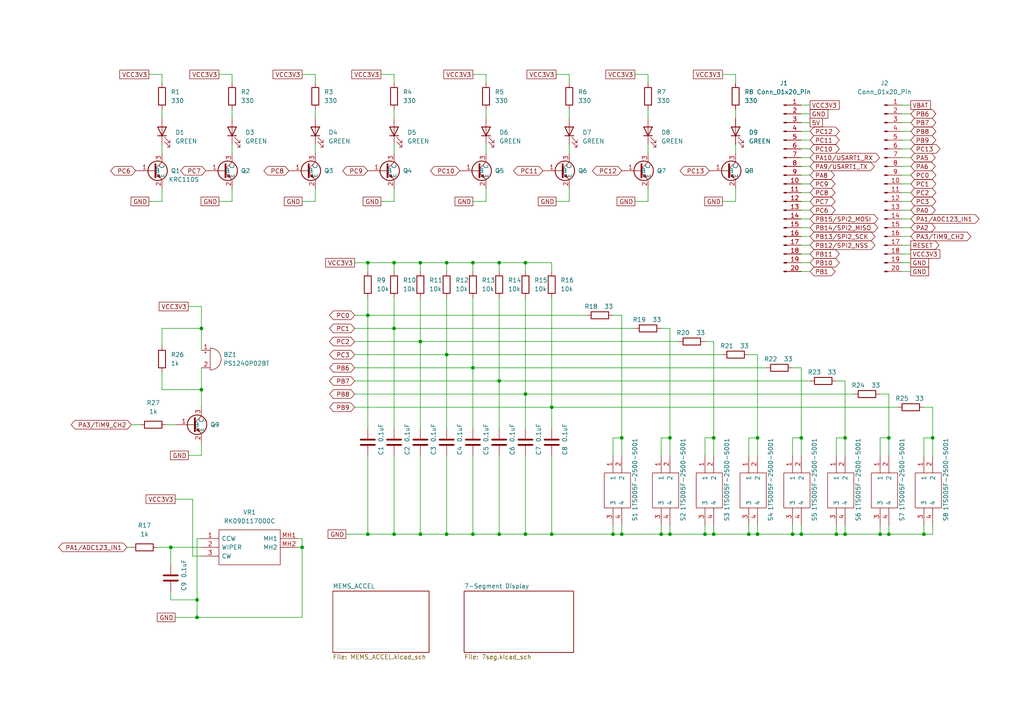
<source format=kicad_sch>
(kicad_sch (version 20230121) (generator eeschema)
  (paper "A4")
  (title_block (date "2023-12-22") (rev "1.0.0"))
  (lib_symbols
    (symbol "Connector:Conn_01x20_Pin" (pin_names (offset 1.016) hide)
      (property "Reference" "J" (at 0 25.4 0))
      (property "Value" "Conn_01x20_Pin" (at 0 -27.94 0))
      (symbol "Conn_01x20_Pin_1_1"
        (pin passive line (at 5.08 22.86 180) (length 3.81) (name "Pin_1") (number "1"))
        (pin passive line (at 5.08 0 180) (length 3.81) (name "Pin_10") (number "10"))
        (pin passive line (at 5.08 -2.54 180) (length 3.81) (name "Pin_11") (number "11"))
        (pin passive line (at 5.08 -5.08 180) (length 3.81) (name "Pin_12") (number "12"))
        (pin passive line (at 5.08 -7.62 180) (length 3.81) (name "Pin_13") (number "13"))
        (pin passive line (at 5.08 -10.16 180) (length 3.81) (name "Pin_14") (number "14"))
        (pin passive line (at 5.08 -12.7 180) (length 3.81) (name "Pin_15") (number "15"))
        (pin passive line (at 5.08 -15.24 180) (length 3.81) (name "Pin_16") (number "16"))
        (pin passive line (at 5.08 -17.78 180) (length 3.81) (name "Pin_17") (number "17"))
        (pin passive line (at 5.08 -20.32 180) (length 3.81) (name "Pin_18") (number "18"))
        (pin passive line (at 5.08 -22.86 180) (length 3.81) (name "Pin_19") (number "19"))
        (pin passive line (at 5.08 20.32 180) (length 3.81) (name "Pin_2") (number "2"))
        (pin passive line (at 5.08 -25.4 180) (length 3.81) (name "Pin_20") (number "20"))
        (pin passive line (at 5.08 17.78 180) (length 3.81) (name "Pin_3") (number "3"))
        (pin passive line (at 5.08 15.24 180) (length 3.81) (name "Pin_4") (number "4"))
        (pin passive line (at 5.08 12.7 180) (length 3.81) (name "Pin_5") (number "5"))
        (pin passive line (at 5.08 10.16 180) (length 3.81) (name "Pin_6") (number "6"))
        (pin passive line (at 5.08 7.62 180) (length 3.81) (name "Pin_7") (number "7"))
        (pin passive line (at 5.08 5.08 180) (length 3.81) (name "Pin_8") (number "8"))
        (pin passive line (at 5.08 2.54 180) (length 3.81) (name "Pin_9") (number "9"))
      )
    )
    (symbol "Device:Buzzer" (pin_names (offset 0.0254) hide)
      (property "Reference" "BZ" (at 3.81 1.27 0))
      (property "Value" "Buzzer" (at 3.81 -1.27 0))
      (symbol "Buzzer_1_1"
        (pin passive line (at -2.54 2.54 0) (length 2.54) (name "-") (number "1"))
        (pin passive line (at -2.54 -2.54 0) (length 2.54) (name "+") (number "2"))
      )
    )
    (symbol "Device:C" (pin_numbers hide) (pin_names (offset 0.254))
      (property "Reference" "C" (at 0.635 2.54 0))
      (property "Value" "C" (at 0.635 -2.54 0))
      (symbol "C_1_1"
        (pin passive line (at 0 3.81 270) (length 2.794) (name "~") (number "1"))
        (pin passive line (at 0 -3.81 90) (length 2.794) (name "~") (number "2"))
      )
    )
    (symbol "Device:LED" (pin_numbers hide) (pin_names (offset 1.016) hide)
      (property "Reference" "D" (at 0 2.54 0))
      (property "Value" "LED" (at 0 -2.54 0))
      (symbol "LED_1_1"
        (pin passive line (at -3.81 0 0) (length 2.54) (name "K") (number "1"))
        (pin passive line (at 3.81 0 180) (length 2.54) (name "A") (number "2"))
      )
    )
    (symbol "Device:R" (pin_numbers hide) (pin_names (offset 0))
      (property "Reference" "R" (at 2.032 0 90))
      (property "Value" "R" (at 0 0 90))
      (symbol "R_1_1"
        (pin passive line (at 0 3.81 270) (length 1.27) (name "~") (number "1"))
        (pin passive line (at 0 -3.81 90) (length 1.27) (name "~") (number "2"))
      )
    )
    (symbol "MySymbols:KRC110S"
      (property "Reference" "Q" (at 0 0 0))
      (symbol "KRC110S_1_1"
        (pin input line (at -11.43 0 0) (length 5.08) (name "B") (number "1"))
        (pin passive line (at -3.81 -5.08 90) (length 2.54) (name "E") (number "2"))
        (pin passive line (at -3.81 5.08 270) (length 2.54) (name "C") (number "3"))
      )
    )
    (symbol "SamacSys_Parts:1TS005F-2500-5001" (pin_names (offset 0.762))
      (property "Reference" "S" (at 16.51 7.62 0))
      (property "Value" "1TS005F-2500-5001" (at 16.51 5.08 0))
      (symbol "1TS005F-2500-5001_0_0"
        (pin passive line (at 20.32 0 180) (length 5.08) (name "1") (number "1"))
        (pin passive line (at 20.32 -2.54 180) (length 5.08) (name "2") (number "2"))
        (pin passive line (at 0 0 0) (length 5.08) (name "3") (number "3"))
        (pin passive line (at 0 -2.54 0) (length 5.08) (name "4") (number "4"))
      )
    )
    (symbol "SamacSys_Parts:RK09D117000C" (pin_names (offset 0.762))
      (property "Reference" "VR" (at 24.13 7.62 0))
      (property "Value" "RK09D117000C" (at 24.13 5.08 0))
      (symbol "RK09D117000C_0_0"
        (pin passive line (at 0 0 0) (length 5.08) (name "CCW") (number "1"))
        (pin passive line (at 0 -2.54 0) (length 5.08) (name "WIPER") (number "2"))
        (pin passive line (at 0 -5.08 0) (length 5.08) (name "CW") (number "3"))
        (pin passive line (at 27.94 0 180) (length 5.08) (name "MH1") (number "MH1"))
        (pin passive line (at 27.94 -2.54 180) (length 5.08) (name "MH2") (number "MH2"))
      )
    )
  )
  (junction (at 255.27 154.94))
  (junction (at 232.41 154.94))
  (junction (at 180.34 127))
  (junction (at 232.41 127))
  (junction (at 137.16 76.2))
  (junction (at 49.53 158.75))
  (junction (at 267.97 154.94))
  (junction (at 144.78 110.49))
  (junction (at 87.63 158.75))
  (junction (at 219.71 127))
  (junction (at 152.4 114.3))
  (junction (at 204.47 154.94))
  (junction (at 207.01 154.94))
  (junction (at 191.77 154.94))
  (junction (at 257.81 154.94))
  (junction (at 106.68 91.44))
  (junction (at 129.54 76.2))
  (junction (at 121.92 99.06))
  (junction (at 152.4 154.94))
  (junction (at 152.4 76.2))
  (junction (at 114.3 76.2))
  (junction (at 180.34 154.94))
  (junction (at 58.42 113.03))
  (junction (at 245.11 154.94))
  (junction (at 129.54 154.94))
  (junction (at 57.15 179.07))
  (junction (at 229.87 154.94))
  (junction (at 219.71 154.94))
  (junction (at 137.16 154.94))
  (junction (at 160.02 154.94))
  (junction (at 121.92 76.2))
  (junction (at 129.54 102.87))
  (junction (at 114.3 95.25))
  (junction (at 114.3 154.94))
  (junction (at 106.68 154.94))
  (junction (at 270.51 127))
  (junction (at 137.16 106.68))
  (junction (at 194.31 127))
  (junction (at 144.78 154.94))
  (junction (at 58.42 95.25))
  (junction (at 242.57 154.94))
  (junction (at 144.78 76.2))
  (junction (at 106.68 76.2))
  (junction (at 245.11 127))
  (junction (at 257.81 127))
  (junction (at 217.17 154.94))
  (junction (at 160.02 118.11))
  (junction (at 177.8 154.94))
  (junction (at 121.92 154.94))
  (junction (at 194.31 154.94))
  (junction (at 57.15 173.99))
  (junction (at 207.01 127))
  (wire (pts (xy 152.4 114.3) (xy 247.65 114.3)))
  (wire (pts (xy 234.95 73.66) (xy 232.41 73.66)))
  (wire (pts (xy 264.16 48.26) (xy 261.62 48.26)))
  (wire (pts (xy 114.3 95.25) (xy 114.3 124.46)))
  (wire (pts (xy 191.77 127) (xy 194.31 127)))
  (wire (pts (xy 234.95 71.12) (xy 232.41 71.12)))
  (wire (pts (xy 152.4 132.08) (xy 152.4 154.94)))
  (wire (pts (xy 102.87 91.44) (xy 106.68 91.44)))
  (wire (pts (xy 232.41 152.4) (xy 232.41 154.94)))
  (wire (pts (xy 152.4 76.2) (xy 160.02 76.2)))
  (wire (pts (xy 129.54 154.94) (xy 137.16 154.94)))
  (wire (pts (xy 49.53 158.75) (xy 49.53 163.83)))
  (wire (pts (xy 137.16 106.68) (xy 137.16 124.46)))
  (wire (pts (xy 63.5 58.42) (xy 67.31 58.42)))
  (wire (pts (xy 58.42 88.9) (xy 58.42 95.25)))
  (wire (pts (xy 49.53 158.75) (xy 58.42 158.75)))
  (wire (pts (xy 213.36 41.91) (xy 213.36 44.45)))
  (wire (pts (xy 137.16 76.2) (xy 137.16 78.74)))
  (wire (pts (xy 87.63 21.59) (xy 91.44 21.59)))
  (wire (pts (xy 207.01 127) (xy 207.01 132.08)))
  (wire (pts (xy 217.17 102.87) (xy 219.71 102.87)))
  (wire (pts (xy 264.16 43.18) (xy 261.62 43.18)))
  (wire (pts (xy 58.42 161.29) (xy 55.88 161.29)))
  (wire (pts (xy 165.1 58.42) (xy 165.1 54.61)))
  (wire (pts (xy 106.68 78.74) (xy 106.68 76.2)))
  (wire (pts (xy 102.87 106.68) (xy 137.16 106.68)))
  (wire (pts (xy 86.36 156.21) (xy 87.63 156.21)))
  (wire (pts (xy 234.95 68.58) (xy 232.41 68.58)))
  (wire (pts (xy 234.95 78.74) (xy 232.41 78.74)))
  (wire (pts (xy 245.11 154.94) (xy 255.27 154.94)))
  (wire (pts (xy 264.16 55.88) (xy 261.62 55.88)))
  (wire (pts (xy 232.41 33.02) (xy 234.95 33.02)))
  (wire (pts (xy 106.68 76.2) (xy 114.3 76.2)))
  (wire (pts (xy 140.97 21.59) (xy 140.97 24.13)))
  (wire (pts (xy 46.99 41.91) (xy 46.99 44.45)))
  (wire (pts (xy 184.15 58.42) (xy 187.96 58.42)))
  (wire (pts (xy 270.51 127) (xy 270.51 132.08)))
  (wire (pts (xy 144.78 86.36) (xy 144.78 110.49)))
  (wire (pts (xy 165.1 21.59) (xy 165.1 24.13)))
  (wire (pts (xy 207.01 99.06) (xy 207.01 127)))
  (wire (pts (xy 38.1 123.19) (xy 40.64 123.19)))
  (wire (pts (xy 46.99 113.03) (xy 46.99 107.95)))
  (wire (pts (xy 160.02 86.36) (xy 160.02 118.11)))
  (wire (pts (xy 106.68 154.94) (xy 114.3 154.94)))
  (wire (pts (xy 187.96 21.59) (xy 187.96 24.13)))
  (wire (pts (xy 191.77 154.94) (xy 194.31 154.94)))
  (wire (pts (xy 264.16 35.56) (xy 261.62 35.56)))
  (wire (pts (xy 36.83 158.75) (xy 38.1 158.75)))
  (wire (pts (xy 67.31 41.91) (xy 67.31 44.45)))
  (wire (pts (xy 152.4 154.94) (xy 160.02 154.94)))
  (wire (pts (xy 58.42 113.03) (xy 58.42 118.11)))
  (wire (pts (xy 160.02 118.11) (xy 260.35 118.11)))
  (wire (pts (xy 232.41 45.72) (xy 234.95 45.72)))
  (wire (pts (xy 261.62 30.48) (xy 264.16 30.48)))
  (wire (pts (xy 160.02 154.94) (xy 177.8 154.94)))
  (wire (pts (xy 48.26 123.19) (xy 50.8 123.19)))
  (wire (pts (xy 43.18 58.42) (xy 46.99 58.42)))
  (wire (pts (xy 91.44 31.75) (xy 91.44 34.29)))
  (wire (pts (xy 270.51 118.11) (xy 270.51 127)))
  (wire (pts (xy 187.96 31.75) (xy 187.96 34.29)))
  (wire (pts (xy 114.3 86.36) (xy 114.3 95.25)))
  (wire (pts (xy 204.47 127) (xy 207.01 127)))
  (wire (pts (xy 194.31 152.4) (xy 194.31 154.94)))
  (wire (pts (xy 209.55 58.42) (xy 213.36 58.42)))
  (wire (pts (xy 217.17 154.94) (xy 219.71 154.94)))
  (wire (pts (xy 160.02 132.08) (xy 160.02 154.94)))
  (wire (pts (xy 102.87 99.06) (xy 121.92 99.06)))
  (wire (pts (xy 152.4 78.74) (xy 152.4 76.2)))
  (wire (pts (xy 152.4 114.3) (xy 152.4 86.36)))
  (wire (pts (xy 121.92 76.2) (xy 129.54 76.2)))
  (wire (pts (xy 63.5 21.59) (xy 67.31 21.59)))
  (wire (pts (xy 267.97 152.4) (xy 267.97 154.94)))
  (wire (pts (xy 67.31 58.42) (xy 67.31 54.61)))
  (wire (pts (xy 209.55 21.59) (xy 213.36 21.59)))
  (wire (pts (xy 102.87 102.87) (xy 129.54 102.87)))
  (wire (pts (xy 121.92 76.2) (xy 121.92 78.74)))
  (wire (pts (xy 180.34 132.08) (xy 180.34 127)))
  (wire (pts (xy 121.92 132.08) (xy 121.92 154.94)))
  (wire (pts (xy 58.42 113.03) (xy 46.99 113.03)))
  (wire (pts (xy 264.16 50.8) (xy 261.62 50.8)))
  (wire (pts (xy 242.57 110.49) (xy 245.11 110.49)))
  (wire (pts (xy 255.27 114.3) (xy 257.81 114.3)))
  (wire (pts (xy 54.61 132.08) (xy 58.42 132.08)))
  (wire (pts (xy 102.87 95.25) (xy 114.3 95.25)))
  (wire (pts (xy 121.92 86.36) (xy 121.92 99.06)))
  (wire (pts (xy 137.16 154.94) (xy 144.78 154.94)))
  (wire (pts (xy 114.3 41.91) (xy 114.3 44.45)))
  (wire (pts (xy 217.17 127) (xy 219.71 127)))
  (wire (pts (xy 217.17 152.4) (xy 217.17 154.94)))
  (wire (pts (xy 264.16 60.96) (xy 261.62 60.96)))
  (wire (pts (xy 49.53 173.99) (xy 49.53 171.45)))
  (wire (pts (xy 270.51 152.4) (xy 270.51 154.94)))
  (wire (pts (xy 242.57 154.94) (xy 245.11 154.94)))
  (wire (pts (xy 242.57 152.4) (xy 242.57 154.94)))
  (wire (pts (xy 58.42 106.68) (xy 58.42 113.03)))
  (wire (pts (xy 234.95 63.5) (xy 232.41 63.5)))
  (wire (pts (xy 232.41 30.48) (xy 234.95 30.48)))
  (wire (pts (xy 194.31 127) (xy 194.31 132.08)))
  (wire (pts (xy 232.41 127) (xy 232.41 106.68)))
  (wire (pts (xy 213.36 58.42) (xy 213.36 54.61)))
  (wire (pts (xy 264.16 53.34) (xy 261.62 53.34)))
  (wire (pts (xy 144.78 76.2) (xy 144.78 78.74)))
  (wire (pts (xy 257.81 132.08) (xy 257.81 127)))
  (wire (pts (xy 114.3 76.2) (xy 121.92 76.2)))
  (wire (pts (xy 267.97 127) (xy 270.51 127)))
  (wire (pts (xy 257.81 154.94) (xy 267.97 154.94)))
  (wire (pts (xy 58.42 95.25) (xy 46.99 95.25)))
  (wire (pts (xy 57.15 173.99) (xy 49.53 173.99)))
  (wire (pts (xy 140.97 58.42) (xy 140.97 54.61)))
  (wire (pts (xy 67.31 31.75) (xy 67.31 34.29)))
  (wire (pts (xy 137.16 76.2) (xy 144.78 76.2)))
  (wire (pts (xy 234.95 76.2) (xy 232.41 76.2)))
  (wire (pts (xy 161.29 21.59) (xy 165.1 21.59)))
  (wire (pts (xy 177.8 91.44) (xy 180.34 91.44)))
  (wire (pts (xy 50.8 144.78) (xy 55.88 144.78)))
  (wire (pts (xy 102.87 110.49) (xy 144.78 110.49)))
  (wire (pts (xy 102.87 118.11) (xy 160.02 118.11)))
  (wire (pts (xy 106.68 91.44) (xy 106.68 86.36)))
  (wire (pts (xy 242.57 127) (xy 245.11 127)))
  (wire (pts (xy 261.62 71.12) (xy 264.16 71.12)))
  (wire (pts (xy 264.16 63.5) (xy 261.62 63.5)))
  (wire (pts (xy 267.97 154.94) (xy 270.51 154.94)))
  (wire (pts (xy 264.16 45.72) (xy 261.62 45.72)))
  (wire (pts (xy 106.68 132.08) (xy 106.68 154.94)))
  (wire (pts (xy 194.31 95.25) (xy 194.31 127)))
  (wire (pts (xy 129.54 102.87) (xy 209.55 102.87)))
  (wire (pts (xy 87.63 158.75) (xy 87.63 179.07)))
  (wire (pts (xy 46.99 31.75) (xy 46.99 34.29)))
  (wire (pts (xy 46.99 58.42) (xy 46.99 54.61)))
  (wire (pts (xy 46.99 21.59) (xy 46.99 24.13)))
  (wire (pts (xy 191.77 152.4) (xy 191.77 154.94)))
  (wire (pts (xy 106.68 91.44) (xy 106.68 124.46)))
  (wire (pts (xy 229.87 127) (xy 232.41 127)))
  (wire (pts (xy 152.4 114.3) (xy 152.4 124.46)))
  (wire (pts (xy 165.1 31.75) (xy 165.1 34.29)))
  (wire (pts (xy 45.72 158.75) (xy 49.53 158.75)))
  (wire (pts (xy 46.99 95.25) (xy 46.99 100.33)))
  (wire (pts (xy 219.71 152.4) (xy 219.71 154.94)))
  (wire (pts (xy 229.87 106.68) (xy 232.41 106.68)))
  (wire (pts (xy 110.49 21.59) (xy 114.3 21.59)))
  (wire (pts (xy 229.87 132.08) (xy 229.87 127)))
  (wire (pts (xy 191.77 132.08) (xy 191.77 127)))
  (wire (pts (xy 234.95 55.88) (xy 232.41 55.88)))
  (wire (pts (xy 245.11 152.4) (xy 245.11 154.94)))
  (wire (pts (xy 140.97 31.75) (xy 140.97 34.29)))
  (wire (pts (xy 91.44 21.59) (xy 91.44 24.13)))
  (wire (pts (xy 232.41 35.56) (xy 234.95 35.56)))
  (wire (pts (xy 110.49 58.42) (xy 114.3 58.42)))
  (wire (pts (xy 129.54 86.36) (xy 129.54 102.87)))
  (wire (pts (xy 191.77 95.25) (xy 194.31 95.25)))
  (wire (pts (xy 165.1 41.91) (xy 165.1 44.45)))
  (wire (pts (xy 144.78 110.49) (xy 144.78 124.46)))
  (wire (pts (xy 207.01 152.4) (xy 207.01 154.94)))
  (wire (pts (xy 87.63 158.75) (xy 86.36 158.75)))
  (wire (pts (xy 54.61 88.9) (xy 58.42 88.9)))
  (wire (pts (xy 129.54 76.2) (xy 137.16 76.2)))
  (wire (pts (xy 234.95 60.96) (xy 232.41 60.96)))
  (wire (pts (xy 245.11 110.49) (xy 245.11 127)))
  (wire (pts (xy 217.17 132.08) (xy 217.17 127)))
  (wire (pts (xy 102.87 114.3) (xy 152.4 114.3)))
  (wire (pts (xy 144.78 110.49) (xy 234.95 110.49)))
  (wire (pts (xy 137.16 106.68) (xy 222.25 106.68)))
  (wire (pts (xy 137.16 21.59) (xy 140.97 21.59)))
  (wire (pts (xy 255.27 154.94) (xy 257.81 154.94)))
  (wire (pts (xy 204.47 154.94) (xy 207.01 154.94)))
  (wire (pts (xy 129.54 76.2) (xy 129.54 78.74)))
  (wire (pts (xy 87.63 179.07) (xy 57.15 179.07)))
  (wire (pts (xy 204.47 99.06) (xy 207.01 99.06)))
  (wire (pts (xy 232.41 38.1) (xy 234.95 38.1)))
  (wire (pts (xy 144.78 132.08) (xy 144.78 154.94)))
  (wire (pts (xy 255.27 152.4) (xy 255.27 154.94)))
  (wire (pts (xy 213.36 31.75) (xy 213.36 34.29)))
  (wire (pts (xy 114.3 76.2) (xy 114.3 78.74)))
  (wire (pts (xy 177.8 154.94) (xy 180.34 154.94)))
  (wire (pts (xy 255.27 132.08) (xy 255.27 127)))
  (wire (pts (xy 87.63 58.42) (xy 91.44 58.42)))
  (wire (pts (xy 55.88 161.29) (xy 55.88 144.78)))
  (wire (pts (xy 219.71 127) (xy 219.71 132.08)))
  (wire (pts (xy 245.11 127) (xy 245.11 132.08)))
  (wire (pts (xy 234.95 58.42) (xy 232.41 58.42)))
  (wire (pts (xy 137.16 58.42) (xy 140.97 58.42)))
  (wire (pts (xy 264.16 33.02) (xy 261.62 33.02)))
  (wire (pts (xy 187.96 41.91) (xy 187.96 44.45)))
  (wire (pts (xy 213.36 21.59) (xy 213.36 24.13)))
  (wire (pts (xy 160.02 118.11) (xy 160.02 124.46)))
  (wire (pts (xy 264.16 40.64) (xy 261.62 40.64)))
  (wire (pts (xy 267.97 132.08) (xy 267.97 127)))
  (wire (pts (xy 121.92 154.94) (xy 129.54 154.94)))
  (wire (pts (xy 194.31 154.94) (xy 204.47 154.94)))
  (wire (pts (xy 50.8 179.07) (xy 57.15 179.07)))
  (wire (pts (xy 204.47 132.08) (xy 204.47 127)))
  (wire (pts (xy 242.57 132.08) (xy 242.57 127)))
  (wire (pts (xy 219.71 102.87) (xy 219.71 127)))
  (wire (pts (xy 137.16 132.08) (xy 137.16 154.94)))
  (wire (pts (xy 144.78 154.94) (xy 152.4 154.94)))
  (wire (pts (xy 137.16 86.36) (xy 137.16 106.68)))
  (wire (pts (xy 219.71 154.94) (xy 229.87 154.94)))
  (wire (pts (xy 177.8 152.4) (xy 177.8 154.94)))
  (wire (pts (xy 161.29 58.42) (xy 165.1 58.42)))
  (wire (pts (xy 180.34 127) (xy 180.34 91.44)))
  (wire (pts (xy 177.8 132.08) (xy 177.8 127)))
  (wire (pts (xy 264.16 38.1) (xy 261.62 38.1)))
  (wire (pts (xy 102.87 76.2) (xy 106.68 76.2)))
  (wire (pts (xy 114.3 95.25) (xy 184.15 95.25)))
  (wire (pts (xy 129.54 102.87) (xy 129.54 124.46)))
  (wire (pts (xy 114.3 154.94) (xy 121.92 154.94)))
  (wire (pts (xy 229.87 154.94) (xy 232.41 154.94)))
  (wire (pts (xy 264.16 68.58) (xy 261.62 68.58)))
  (wire (pts (xy 257.81 127) (xy 257.81 114.3)))
  (wire (pts (xy 129.54 132.08) (xy 129.54 154.94)))
  (wire (pts (xy 114.3 58.42) (xy 114.3 54.61)))
  (wire (pts (xy 261.62 76.2) (xy 264.16 76.2)))
  (wire (pts (xy 87.63 156.21) (xy 87.63 158.75)))
  (wire (pts (xy 91.44 41.91) (xy 91.44 44.45)))
  (wire (pts (xy 160.02 76.2) (xy 160.02 78.74)))
  (wire (pts (xy 114.3 21.59) (xy 114.3 24.13)))
  (wire (pts (xy 114.3 31.75) (xy 114.3 34.29)))
  (wire (pts (xy 67.31 21.59) (xy 67.31 24.13)))
  (wire (pts (xy 232.41 132.08) (xy 232.41 127)))
  (wire (pts (xy 140.97 41.91) (xy 140.97 44.45)))
  (wire (pts (xy 180.34 152.4) (xy 180.34 154.94)))
  (wire (pts (xy 267.97 118.11) (xy 270.51 118.11)))
  (wire (pts (xy 184.15 21.59) (xy 187.96 21.59)))
  (wire (pts (xy 57.15 179.07) (xy 57.15 173.99)))
  (wire (pts (xy 177.8 127) (xy 180.34 127)))
  (wire (pts (xy 229.87 152.4) (xy 229.87 154.94)))
  (wire (pts (xy 264.16 58.42) (xy 261.62 58.42)))
  (wire (pts (xy 121.92 99.06) (xy 121.92 124.46)))
  (wire (pts (xy 144.78 76.2) (xy 152.4 76.2)))
  (wire (pts (xy 106.68 91.44) (xy 170.18 91.44)))
  (wire (pts (xy 58.42 101.6) (xy 58.42 95.25)))
  (wire (pts (xy 257.81 152.4) (xy 257.81 154.94)))
  (wire (pts (xy 58.42 132.08) (xy 58.42 128.27)))
  (wire (pts (xy 261.62 73.66) (xy 264.16 73.66)))
  (wire (pts (xy 180.34 154.94) (xy 191.77 154.94)))
  (wire (pts (xy 187.96 58.42) (xy 187.96 54.61)))
  (wire (pts (xy 207.01 154.94) (xy 217.17 154.94)))
  (wire (pts (xy 264.16 66.04) (xy 261.62 66.04)))
  (wire (pts (xy 232.41 154.94) (xy 242.57 154.94)))
  (wire (pts (xy 57.15 156.21) (xy 57.15 173.99)))
  (wire (pts (xy 232.41 48.26) (xy 234.95 48.26)))
  (wire (pts (xy 204.47 152.4) (xy 204.47 154.94)))
  (wire (pts (xy 43.18 21.59) (xy 46.99 21.59)))
  (wire (pts (xy 234.95 50.8) (xy 232.41 50.8)))
  (wire (pts (xy 232.41 43.18) (xy 234.95 43.18)))
  (wire (pts (xy 234.95 53.34) (xy 232.41 53.34)))
  (wire (pts (xy 91.44 58.42) (xy 91.44 54.61)))
  (wire (pts (xy 114.3 132.08) (xy 114.3 154.94)))
  (wire (pts (xy 100.33 154.94) (xy 106.68 154.94)))
  (wire (pts (xy 255.27 127) (xy 257.81 127)))
  (wire (pts (xy 232.41 40.64) (xy 234.95 40.64)))
  (wire (pts (xy 234.95 66.04) (xy 232.41 66.04)))
  (wire (pts (xy 58.42 156.21) (xy 57.15 156.21)))
  (wire (pts (xy 121.92 99.06) (xy 196.85 99.06)))
  (wire (pts (xy 261.62 78.74) (xy 264.16 78.74)))
  (global_label "PC2" (shape bidirectional) (at 264.16 55.88 0) (property "Intersheetrefs" "${INTERSHEET_REFS}" (effects hide)))
  (global_label "PC6" (shape bidirectional) (at 39.37 49.53 180) (property "Intersheetrefs" "${INTERSHEET_REFS}" (effects hide)))
  (global_label "VCC3V3" (shape passive) (at 264.16 73.66 0) (property "Intersheetrefs" "${INTERSHEET_REFS}" (effects hide)))
  (global_label "GND" (shape passive) (at 264.16 76.2 0) (property "Intersheetrefs" "${INTERSHEET_REFS}" (effects hide)))
  (global_label "PC12" (shape bidirectional) (at 234.95 38.1 0) (property "Intersheetrefs" "${INTERSHEET_REFS}" (effects hide)))
  (global_label "PB11" (shape bidirectional) (at 234.95 73.66 0) (property "Intersheetrefs" "${INTERSHEET_REFS}" (effects hide)))
  (global_label "PC7" (shape bidirectional) (at 59.69 49.53 180) (property "Intersheetrefs" "${INTERSHEET_REFS}" (effects hide)))
  (global_label "PB9" (shape bidirectional) (at 264.16 40.64 0) (property "Intersheetrefs" "${INTERSHEET_REFS}" (effects hide)))
  (global_label "PC12" (shape bidirectional) (at 180.34 49.53 180) (property "Intersheetrefs" "${INTERSHEET_REFS}" (effects hide)))
  (global_label "PC9" (shape bidirectional) (at 106.68 49.53 180) (property "Intersheetrefs" "${INTERSHEET_REFS}" (effects hide)))
  (global_label "PC13" (shape bidirectional) (at 264.16 43.18 0) (property "Intersheetrefs" "${INTERSHEET_REFS}" (effects hide)))
  (global_label "PB7" (shape bidirectional) (at 264.16 35.56 0) (property "Intersheetrefs" "${INTERSHEET_REFS}" (effects hide)))
  (global_label "PC8" (shape bidirectional) (at 234.95 55.88 0) (property "Intersheetrefs" "${INTERSHEET_REFS}" (effects hide)))
  (global_label "PC13" (shape bidirectional) (at 205.74 49.53 180) (property "Intersheetrefs" "${INTERSHEET_REFS}" (effects hide)))
  (global_label "PB8" (shape bidirectional) (at 102.87 114.3 180) (property "Intersheetrefs" "${INTERSHEET_REFS}" (effects hide)))
  (global_label "VCC3V3" (shape passive) (at 161.29 21.59 180) (property "Intersheetrefs" "${INTERSHEET_REFS}" (effects hide)))
  (global_label "PB9" (shape bidirectional) (at 102.87 118.11 180) (property "Intersheetrefs" "${INTERSHEET_REFS}" (effects hide)))
  (global_label "PA5" (shape bidirectional) (at 264.16 45.72 0) (property "Intersheetrefs" "${INTERSHEET_REFS}" (effects hide)))
  (global_label "PC9" (shape bidirectional) (at 234.95 53.34 0) (property "Intersheetrefs" "${INTERSHEET_REFS}" (effects hide)))
  (global_label "PC11" (shape bidirectional) (at 234.95 40.64 0) (property "Intersheetrefs" "${INTERSHEET_REFS}" (effects hide)))
  (global_label "PC10" (shape bidirectional) (at 133.35 49.53 180) (property "Intersheetrefs" "${INTERSHEET_REFS}" (effects hide)))
  (global_label "GND" (shape passive) (at 264.16 78.74 0) (property "Intersheetrefs" "${INTERSHEET_REFS}" (effects hide)))
  (global_label "PB6" (shape bidirectional) (at 102.87 106.68 180) (property "Intersheetrefs" "${INTERSHEET_REFS}" (effects hide)))
  (global_label "PC6" (shape bidirectional) (at 234.95 60.96 0) (property "Intersheetrefs" "${INTERSHEET_REFS}" (effects hide)))
  (global_label "PB10" (shape bidirectional) (at 234.95 76.2 0) (property "Intersheetrefs" "${INTERSHEET_REFS}" (effects hide)))
  (global_label "VCC3V3" (shape passive) (at 209.55 21.59 180) (property "Intersheetrefs" "${INTERSHEET_REFS}" (effects hide)))
  (global_label "PA8" (shape bidirectional) (at 234.95 50.8 0) (property "Intersheetrefs" "${INTERSHEET_REFS}" (effects hide)))
  (global_label "PA10{slash}USART1_RX" (shape bidirectional) (at 234.95 45.72 0) (property "Intersheetrefs" "${INTERSHEET_REFS}" (effects hide)))
  (global_label "VCC3V3" (shape passive) (at 137.16 21.59 180) (property "Intersheetrefs" "${INTERSHEET_REFS}" (effects hide)))
  (global_label "PB7" (shape bidirectional) (at 102.87 110.49 180) (property "Intersheetrefs" "${INTERSHEET_REFS}" (effects hide)))
  (global_label "GND" (shape passive) (at 43.18 58.42 180) (property "Intersheetrefs" "${INTERSHEET_REFS}" (effects hide)))
  (global_label "PB15{slash}SPI2_MOSI" (shape bidirectional) (at 234.95 63.5 0) (property "Intersheetrefs" "${INTERSHEET_REFS}" (effects hide)))
  (global_label "PB14{slash}SPI2_MISO" (shape bidirectional) (at 234.95 66.04 0) (property "Intersheetrefs" "${INTERSHEET_REFS}" (effects hide)))
  (global_label "PB12{slash}SPI2_NSS" (shape bidirectional) (at 234.95 71.12 0) (property "Intersheetrefs" "${INTERSHEET_REFS}" (effects hide)))
  (global_label "GND" (shape passive) (at 137.16 58.42 180) (property "Intersheetrefs" "${INTERSHEET_REFS}" (effects hide)))
  (global_label "PB6" (shape bidirectional) (at 264.16 33.02 0) (property "Intersheetrefs" "${INTERSHEET_REFS}" (effects hide)))
  (global_label "PA1{slash}ADC123_IN1" (shape bidirectional) (at 264.16 63.5 0) (property "Intersheetrefs" "${INTERSHEET_REFS}" (effects hide)))
  (global_label "PB1" (shape bidirectional) (at 234.95 78.74 0) (property "Intersheetrefs" "${INTERSHEET_REFS}" (effects hide)))
  (global_label "VCC3V3" (shape passive) (at 43.18 21.59 180) (property "Intersheetrefs" "${INTERSHEET_REFS}" (effects hide)))
  (global_label "VCC3V3" (shape passive) (at 50.8 144.78 180) (property "Intersheetrefs" "${INTERSHEET_REFS}" (effects hide)))
  (global_label "PC3" (shape bidirectional) (at 102.87 102.87 180) (property "Intersheetrefs" "${INTERSHEET_REFS}" (effects hide)))
  (global_label "PC3" (shape bidirectional) (at 264.16 58.42 0) (property "Intersheetrefs" "${INTERSHEET_REFS}" (effects hide)))
  (global_label "GND" (shape passive) (at 161.29 58.42 180) (property "Intersheetrefs" "${INTERSHEET_REFS}" (effects hide)))
  (global_label "GND" (shape passive) (at 63.5 58.42 180) (property "Intersheetrefs" "${INTERSHEET_REFS}" (effects hide)))
  (global_label "PC11" (shape bidirectional) (at 157.48 49.53 180) (property "Intersheetrefs" "${INTERSHEET_REFS}" (effects hide)))
  (global_label "VCC3V3" (shape passive) (at 102.87 76.2 180) (property "Intersheetrefs" "${INTERSHEET_REFS}" (effects hide)))
  (global_label "VCC3V3" (shape passive) (at 63.5 21.59 180) (property "Intersheetrefs" "${INTERSHEET_REFS}" (effects hide)))
  (global_label "GND" (shape passive) (at 209.55 58.42 180) (property "Intersheetrefs" "${INTERSHEET_REFS}" (effects hide)))
  (global_label "PB8" (shape bidirectional) (at 264.16 38.1 0) (property "Intersheetrefs" "${INTERSHEET_REFS}" (effects hide)))
  (global_label "VCC3V3" (shape passive) (at 54.61 88.9 180) (property "Intersheetrefs" "${INTERSHEET_REFS}" (effects hide)))
  (global_label "GND" (shape passive) (at 54.61 132.08 180) (property "Intersheetrefs" "${INTERSHEET_REFS}" (effects hide)))
  (global_label "PC7" (shape bidirectional) (at 234.95 58.42 0) (property "Intersheetrefs" "${INTERSHEET_REFS}" (effects hide)))
  (global_label "GND" (shape passive) (at 50.8 179.07 180) (property "Intersheetrefs" "${INTERSHEET_REFS}" (effects hide)))
  (global_label "PC1" (shape bidirectional) (at 264.16 53.34 0) (property "Intersheetrefs" "${INTERSHEET_REFS}" (effects hide)))
  (global_label "PC8" (shape bidirectional) (at 83.82 49.53 180) (property "Intersheetrefs" "${INTERSHEET_REFS}" (effects hide)))
  (global_label "VCC3V3" (shape passive) (at 87.63 21.59 180) (property "Intersheetrefs" "${INTERSHEET_REFS}" (effects hide)))
  (global_label "GND" (shape passive) (at 234.95 33.02 0) (property "Intersheetrefs" "${INTERSHEET_REFS}" (effects hide)))
  (global_label "PA3{slash}TIM9_CH2" (shape bidirectional) (at 38.1 123.19 180) (property "Intersheetrefs" "${INTERSHEET_REFS}" (effects hide)))
  (global_label "PA6" (shape bidirectional) (at 264.16 48.26 0) (property "Intersheetrefs" "${INTERSHEET_REFS}" (effects hide)))
  (global_label "PB13{slash}SPI2_SCK" (shape bidirectional) (at 234.95 68.58 0) (property "Intersheetrefs" "${INTERSHEET_REFS}" (effects hide)))
  (global_label "PA9{slash}USART1_TX" (shape bidirectional) (at 234.95 48.26 0) (property "Intersheetrefs" "${INTERSHEET_REFS}" (effects hide)))
  (global_label "PA0" (shape bidirectional) (at 264.16 60.96 0) (property "Intersheetrefs" "${INTERSHEET_REFS}" (effects hide)))
  (global_label "GND" (shape passive) (at 184.15 58.42 180) (property "Intersheetrefs" "${INTERSHEET_REFS}" (effects hide)))
  (global_label "GND" (shape passive) (at 100.33 154.94 180) (property "Intersheetrefs" "${INTERSHEET_REFS}" (effects hide)))
  (global_label "PA3{slash}TIM9_CH2" (shape bidirectional) (at 264.16 68.58 0) (property "Intersheetrefs" "${INTERSHEET_REFS}" (effects hide)))
  (global_label "VBAT" (shape passive) (at 264.16 30.48 0) (property "Intersheetrefs" "${INTERSHEET_REFS}" (effects hide)))
  (global_label "GND" (shape passive) (at 87.63 58.42 180) (property "Intersheetrefs" "${INTERSHEET_REFS}" (effects hide)))
  (global_label "PA2" (shape bidirectional) (at 264.16 66.04 0) (property "Intersheetrefs" "${INTERSHEET_REFS}" (effects hide)))
  (global_label "VCC3V3" (shape passive) (at 234.95 30.48 0) (property "Intersheetrefs" "${INTERSHEET_REFS}" (effects hide)))
  (global_label "PC0" (shape bidirectional) (at 264.16 50.8 0) (property "Intersheetrefs" "${INTERSHEET_REFS}" (effects hide)))
  (global_label "PC10" (shape bidirectional) (at 234.95 43.18 0) (property "Intersheetrefs" "${INTERSHEET_REFS}" (effects hide)))
  (global_label "PC2" (shape bidirectional) (at 102.87 99.06 180) (property "Intersheetrefs" "${INTERSHEET_REFS}" (effects hide)))
  (global_label "VCC3V3" (shape passive) (at 110.49 21.59 180) (property "Intersheetrefs" "${INTERSHEET_REFS}" (effects hide)))
  (global_label "RESET" (shape output) (at 264.16 71.12 0) (property "Intersheetrefs" "${INTERSHEET_REFS}" (effects hide)))
  (global_label "PA1{slash}ADC123_IN1" (shape bidirectional) (at 36.83 158.75 180) (property "Intersheetrefs" "${INTERSHEET_REFS}" (effects hide)))
  (global_label "PC0" (shape bidirectional) (at 102.87 91.44 180) (property "Intersheetrefs" "${INTERSHEET_REFS}" (effects hide)))
  (global_label "5V" (shape passive) (at 234.95 35.56 0) (property "Intersheetrefs" "${INTERSHEET_REFS}" (effects hide)))
  (global_label "VCC3V3" (shape passive) (at 184.15 21.59 180) (property "Intersheetrefs" "${INTERSHEET_REFS}" (effects hide)))
  (global_label "PC1" (shape bidirectional) (at 102.87 95.25 180) (property "Intersheetrefs" "${INTERSHEET_REFS}" (effects hide)))
  (global_label "GND" (shape passive) (at 110.49 58.42 180) (property "Intersheetrefs" "${INTERSHEET_REFS}" (effects hide)))
  (symbol (lib_id "Device:R") (at 114.3 27.94 0) (unit 1)
    (property "Reference" "R4" (at 116.84 26.67 0) (effects (justify left)))
    (property "Value" "330" (at 116.84 29.21 0) (effects (justify left)))
    (property "Footprint" "Resistor_SMD:R_0603_1608Metric_Pad0.98x0.95mm_HandSolder" (effects hide))
  )
  (symbol (lib_id "Device:R") (at 264.16 118.11 90) (unit 1)
    (property "Reference" "R25" (at 261.62 115.57 90))
    (property "Value" "33" (at 266.7 115.57 90))
    (property "Footprint" "Resistor_SMD:R_0603_1608Metric_Pad0.98x0.95mm_HandSolder" (effects hide))
  )
  (symbol (lib_id "Device:R") (at 67.31 27.94 0) (unit 1)
    (property "Reference" "R2" (at 69.85 26.67 0) (effects (justify left)))
    (property "Value" "330" (at 69.85 29.21 0) (effects (justify left)))
    (property "Footprint" "Resistor_SMD:R_0603_1608Metric_Pad0.98x0.95mm_HandSolder" (effects hide))
  )
  (symbol (lib_id "MySymbols:KRC110S") (at 191.77 49.53 0) (unit 1)
    (property "Reference" "Q7" (at 190.5 49.53 0) (effects (justify left)))
    (property "Value" "~" (at 191.77 49.53 0))
    (property "Footprint" "Package_TO_SOT_SMD:SOT-23" (effects hide))
    (property "Datasheet" "https://www.keccorp.com/kr/product/product_view.asp?idx=61" (effects hide))
  )
  (symbol (lib_id "Device:C") (at 152.4 128.27 0) (unit 1)
    (property "Reference" "C7" (at 156.21 132.08 90) (effects (justify left)))
    (property "Value" "0.1uF" (at 156.21 128.27 90) (effects (justify left)))
    (property "Footprint" "Capacitor_SMD:C_0603_1608Metric_Pad1.08x0.95mm_HandSolder" (effects hide))
  )
  (symbol (lib_id "Device:C") (at 121.92 128.27 0) (unit 1)
    (property "Reference" "C3" (at 125.73 132.08 90) (effects (justify left)))
    (property "Value" "0.1uF" (at 125.73 128.27 90) (effects (justify left)))
    (property "Footprint" "Capacitor_SMD:C_0603_1608Metric_Pad1.08x0.95mm_HandSolder" (effects hide))
  )
  (symbol (lib_id "MySymbols:KRC110S") (at 62.23 123.19 0) (unit 1)
    (property "Reference" "Q9" (at 60.96 123.19 0) (effects (justify left)))
    (property "Value" "~" (at 62.23 123.19 0))
    (property "Footprint" "Package_TO_SOT_SMD:SOT-23" (effects hide))
    (property "Datasheet" "https://www.keccorp.com/kr/product/product_view.asp?idx=61" (effects hide))
  )
  (symbol (lib_id "Device:R") (at 152.4 82.55 0) (unit 1)
    (property "Reference" "R15" (at 154.94 81.28 0) (effects (justify left)))
    (property "Value" "10k" (at 154.94 83.82 0) (effects (justify left)))
    (property "Footprint" "Resistor_SMD:R_0603_1608Metric_Pad0.98x0.95mm_HandSolder" (effects hide))
  )
  (symbol (lib_id "Device:Buzzer") (at 60.96 104.14 0) (unit 1)
    (property "Reference" "BZ1" (at 64.77 102.87 0) (effects (justify left)))
    (property "Value" "PS1240P02BT" (at 64.77 105.41 0) (effects (justify left)))
    (property "Footprint" "Buzzer_Beeper:Buzzer_TDK_PS1240P02BT_D12.2mm_H6.5mm" (effects hide))
  )
  (symbol (lib_id "Device:R") (at 238.76 110.49 90) (unit 1)
    (property "Reference" "R23" (at 236.22 107.95 90))
    (property "Value" "33" (at 241.3 107.95 90))
    (property "Footprint" "Resistor_SMD:R_0603_1608Metric_Pad0.98x0.95mm_HandSolder" (effects hide))
  )
  (symbol (lib_id "Device:C") (at 129.54 128.27 0) (unit 1)
    (property "Reference" "C4" (at 133.35 132.08 90) (effects (justify left)))
    (property "Value" "0.1uF" (at 133.35 128.27 90) (effects (justify left)))
    (property "Footprint" "Capacitor_SMD:C_0603_1608Metric_Pad1.08x0.95mm_HandSolder" (effects hide))
  )
  (symbol (lib_id "Device:R") (at 173.99 91.44 90) (unit 1)
    (property "Reference" "R18" (at 171.45 88.9 90))
    (property "Value" "33" (at 176.53 88.9 90))
    (property "Footprint" "Resistor_SMD:R_0603_1608Metric_Pad0.98x0.95mm_HandSolder" (effects hide))
  )
  (symbol (lib_id "Connector:Conn_01x20_Pin") (at 256.54 53.34 0) (unit 1)
    (property "Reference" "J2" (at 256.54 24.13 0))
    (property "Value" "Conn_01x20_Pin" (at 256.54 26.67 0))
    (property "Footprint" "Connector_PinSocket_2.54mm:PinSocket_1x20_P2.54mm_Vertical" (effects hide))
  )
  (symbol (lib_id "Device:R") (at 144.78 82.55 0) (unit 1)
    (property "Reference" "R14" (at 147.32 81.28 0) (effects (justify left)))
    (property "Value" "10k" (at 147.32 83.82 0) (effects (justify left)))
    (property "Footprint" "Resistor_SMD:R_0603_1608Metric_Pad0.98x0.95mm_HandSolder" (effects hide))
  )
  (symbol (lib_id "Device:R") (at 165.1 27.94 0) (unit 1)
    (property "Reference" "R6" (at 167.64 26.67 0) (effects (justify left)))
    (property "Value" "330" (at 167.64 29.21 0) (effects (justify left)))
    (property "Footprint" "Resistor_SMD:R_0603_1608Metric_Pad0.98x0.95mm_HandSolder" (effects hide))
  )
  (symbol (lib_id "Device:R") (at 140.97 27.94 0) (unit 1)
    (property "Reference" "R5" (at 143.51 26.67 0) (effects (justify left)))
    (property "Value" "330" (at 143.51 29.21 0) (effects (justify left)))
    (property "Footprint" "Resistor_SMD:R_0603_1608Metric_Pad0.98x0.95mm_HandSolder" (effects hide))
  )
  (symbol (lib_id "Device:R") (at 187.96 95.25 90) (unit 1)
    (property "Reference" "R19" (at 185.42 92.71 90))
    (property "Value" "33" (at 190.5 92.71 90))
    (property "Footprint" "Resistor_SMD:R_0603_1608Metric_Pad0.98x0.95mm_HandSolder" (effects hide))
  )
  (symbol (lib_id "Device:LED") (at 91.44 38.1 90) (unit 1)
    (property "Reference" "D4" (at 95.25 38.4175 90) (effects (justify right)))
    (property "Value" "GREEN" (at 95.25 40.9575 90) (effects (justify right)))
    (property "Footprint" "LED_SMD:LED_0603_1608Metric_Pad1.05x0.95mm_HandSolder" (effects hide))
  )
  (symbol (lib_id "MySymbols:KRC110S") (at 217.17 49.53 0) (unit 1)
    (property "Reference" "Q8" (at 215.9 49.53 0) (effects (justify left)))
    (property "Value" "~" (at 217.17 49.53 0))
    (property "Footprint" "Package_TO_SOT_SMD:SOT-23" (effects hide))
    (property "Datasheet" "https://www.keccorp.com/kr/product/product_view.asp?idx=61" (effects hide))
  )
  (symbol (lib_id "Device:R") (at 46.99 27.94 0) (unit 1)
    (property "Reference" "R1" (at 49.53 26.67 0) (effects (justify left)))
    (property "Value" "330" (at 49.53 29.21 0) (effects (justify left)))
    (property "Footprint" "Resistor_SMD:R_0603_1608Metric_Pad0.98x0.95mm_HandSolder" (effects hide))
  )
  (symbol (lib_id "Device:LED") (at 140.97 38.1 90) (unit 1)
    (property "Reference" "D6" (at 144.78 38.4175 90) (effects (justify right)))
    (property "Value" "GREEN" (at 144.78 40.9575 90) (effects (justify right)))
    (property "Footprint" "LED_SMD:LED_0603_1608Metric_Pad1.05x0.95mm_HandSolder" (effects hide))
  )
  (symbol (lib_id "Device:C") (at 114.3 128.27 0) (unit 1)
    (property "Reference" "C2" (at 118.11 132.08 90) (effects (justify left)))
    (property "Value" "0.1uF" (at 118.11 128.27 90) (effects (justify left)))
    (property "Footprint" "Capacitor_SMD:C_0603_1608Metric_Pad1.08x0.95mm_HandSolder" (effects hide))
  )
  (symbol (lib_id "Device:R") (at 213.36 27.94 0) (unit 1)
    (property "Reference" "R8" (at 215.9 26.67 0) (effects (justify left)))
    (property "Value" "330" (at 215.9 29.21 0) (effects (justify left)))
    (property "Footprint" "Resistor_SMD:R_0603_1608Metric_Pad0.98x0.95mm_HandSolder" (effects hide))
  )
  (symbol (lib_id "Device:LED") (at 187.96 38.1 90) (unit 1)
    (property "Reference" "D8" (at 191.77 38.4175 90) (effects (justify right)))
    (property "Value" "GREEN" (at 191.77 40.9575 90) (effects (justify right)))
    (property "Footprint" "LED_SMD:LED_0603_1608Metric_Pad1.05x0.95mm_HandSolder" (effects hide))
  )
  (symbol (lib_id "Device:R") (at 121.92 82.55 0) (unit 1)
    (property "Reference" "R11" (at 124.46 81.28 0) (effects (justify left)))
    (property "Value" "10k" (at 124.46 83.82 0) (effects (justify left)))
    (property "Footprint" "Resistor_SMD:R_0603_1608Metric_Pad0.98x0.95mm_HandSolder" (effects hide))
  )
  (symbol (lib_id "Device:LED") (at 165.1 38.1 90) (unit 1)
    (property "Reference" "D7" (at 168.91 38.4175 90) (effects (justify right)))
    (property "Value" "GREEN" (at 168.91 40.9575 90) (effects (justify right)))
    (property "Footprint" "LED_SMD:LED_0603_1608Metric_Pad1.05x0.95mm_HandSolder" (effects hide))
  )
  (symbol (lib_id "Device:C") (at 137.16 128.27 0) (unit 1)
    (property "Reference" "C5" (at 140.97 132.08 90) (effects (justify left)))
    (property "Value" "0.1uF" (at 140.97 128.27 90) (effects (justify left)))
    (property "Footprint" "Capacitor_SMD:C_0603_1608Metric_Pad1.08x0.95mm_HandSolder" (effects hide))
  )
  (symbol (lib_id "Device:R") (at 213.36 102.87 90) (unit 1)
    (property "Reference" "R21" (at 210.82 100.33 90))
    (property "Value" "33" (at 215.9 100.33 90))
    (property "Footprint" "Resistor_SMD:R_0603_1608Metric_Pad0.98x0.95mm_HandSolder" (effects hide))
  )
  (symbol (lib_id "Device:R") (at 200.66 99.06 90) (unit 1)
    (property "Reference" "R20" (at 198.12 96.52 90))
    (property "Value" "33" (at 203.2 96.52 90))
    (property "Footprint" "Resistor_SMD:R_0603_1608Metric_Pad0.98x0.95mm_HandSolder" (effects hide))
  )
  (symbol (lib_id "Device:R") (at 187.96 27.94 0) (unit 1)
    (property "Reference" "R7" (at 190.5 26.67 0) (effects (justify left)))
    (property "Value" "330" (at 190.5 29.21 0) (effects (justify left)))
    (property "Footprint" "Resistor_SMD:R_0603_1608Metric_Pad0.98x0.95mm_HandSolder" (effects hide))
  )
  (symbol (lib_id "Device:R") (at 91.44 27.94 0) (unit 1)
    (property "Reference" "R3" (at 93.98 26.67 0) (effects (justify left)))
    (property "Value" "330" (at 93.98 29.21 0) (effects (justify left)))
    (property "Footprint" "Resistor_SMD:R_0603_1608Metric_Pad0.98x0.95mm_HandSolder" (effects hide))
  )
  (symbol (lib_id "Device:C") (at 160.02 128.27 0) (unit 1)
    (property "Reference" "C8" (at 163.83 132.08 90) (effects (justify left)))
    (property "Value" "0.1uF" (at 163.83 128.27 90) (effects (justify left)))
    (property "Footprint" "Capacitor_SMD:C_0603_1608Metric_Pad1.08x0.95mm_HandSolder" (effects hide))
  )
  (symbol (lib_id "SamacSys_Parts:RK09D117000C") (at 58.42 156.21 0) (unit 1)
    (property "Reference" "VR1" (at 72.39 148.59 0))
    (property "Value" "RK09D117000C" (at 72.39 151.13 0))
    (property "Footprint" "RK09D117000C" (effects hide))
    (property "Datasheet" "https://tech.alpsalpine.com/e/products/detail/RK09D117000C/" (effects hide))
    (property "Description" "Potentiometers Vertical type / Single-unit / 10k ohm, 15A / LM1=30mm (Flat Shaft) / 300 Deg. Rot. / With Collar" (effects hide))
    (property "Height" "30" (effects hide))
    (property "Manufacturer_Name" "ALPS Electric" (effects hide))
    (property "Manufacturer_Part_Number" "RK09D117000C" (effects hide))
    (property "Mouser Part Number" "688-RK09D117000C" (effects hide))
    (property "Mouser Price/Stock" "https://www.mouser.co.uk/ProductDetail/Alps-Alpine/RK09D117000C?qs=3cOf6TWd2rbLWuHBV5vl9A%3D%3D" (effects hide))
  )
  (symbol (lib_id "SamacSys_Parts:1TS005F-2500-5001") (at 177.8 152.4 90) (unit 1)
    (property "Reference" "S1" (at 184.15 148.59 0) (effects (justify right)))
    (property "Value" "1TS005F-2500-5001" (at 184.15 127 0) (effects (justify right)))
    (property "Footprint" "1TS005F25005001" (effects hide))
    (property "Datasheet" "https://datasheet.lcsc.com/szlcsc/HYP-1TS005F-2500-5001_C255812.pdf" (effects hide))
    (property "Description" "Tactile Switches SPST-NO 6.00mm x 6.00mm 5.00mm 50mA @ 12VDC SMD,6x6x5mm RoHS" (effects hide))
    (property "Height" "5.1" (effects hide))
    (property "Manufacturer_Name" "HYP (Hongyuan Precision)" (effects hide))
    (property "Manufacturer_Part_Number" "1TS005F-2500-5001" (effects hide))
  )
  (symbol (lib_id "MySymbols:KRC110S") (at 50.8 49.53 0) (unit 1)
    (property "Reference" "Q1" (at 49.53 49.53 0) (effects (justify left)))
    (property "Value" "KRC110S" (at 53.34 52.07 0))
    (property "Footprint" "Package_TO_SOT_SMD:SOT-23" (effects hide))
    (property "Datasheet" "https://www.keccorp.com/kr/product/product_view.asp?idx=61" (effects hide))
  )
  (symbol (lib_id "SamacSys_Parts:1TS005F-2500-5001") (at 242.57 152.4 90) (unit 1)
    (property "Reference" "S6" (at 248.92 148.59 0) (effects (justify right)))
    (property "Value" "1TS005F-2500-5001" (at 248.92 127 0) (effects (justify right)))
    (property "Footprint" "1TS005F25005001" (effects hide))
    (property "Datasheet" "https://datasheet.lcsc.com/szlcsc/HYP-1TS005F-2500-5001_C255812.pdf" (effects hide))
    (property "Description" "Tactile Switches SPST-NO 6.00mm x 6.00mm 5.00mm 50mA @ 12VDC SMD,6x6x5mm RoHS" (effects hide))
    (property "Height" "5.1" (effects hide))
    (property "Manufacturer_Name" "HYP (Hongyuan Precision)" (effects hide))
    (property "Manufacturer_Part_Number" "1TS005F-2500-5001" (effects hide))
  )
  (symbol (lib_id "Device:R") (at 137.16 82.55 0) (unit 1)
    (property "Reference" "R13" (at 139.7 81.28 0) (effects (justify left)))
    (property "Value" "10k" (at 139.7 83.82 0) (effects (justify left)))
    (property "Footprint" "Resistor_SMD:R_0603_1608Metric_Pad0.98x0.95mm_HandSolder" (effects hide))
  )
  (symbol (lib_id "Device:R") (at 44.45 123.19 90) (unit 1)
    (property "Reference" "R27" (at 44.45 116.84 90))
    (property "Value" "1k" (at 44.45 119.38 90))
    (property "Footprint" "Resistor_SMD:R_0603_1608Metric_Pad0.98x0.95mm_HandSolder" (effects hide))
  )
  (symbol (lib_id "Device:C") (at 144.78 128.27 0) (unit 1)
    (property "Reference" "C6" (at 148.59 132.08 90) (effects (justify left)))
    (property "Value" "0.1uF" (at 148.59 128.27 90) (effects (justify left)))
    (property "Footprint" "Capacitor_SMD:C_0603_1608Metric_Pad1.08x0.95mm_HandSolder" (effects hide))
  )
  (symbol (lib_id "SamacSys_Parts:1TS005F-2500-5001") (at 204.47 152.4 90) (unit 1)
    (property "Reference" "S3" (at 210.82 148.59 0) (effects (justify right)))
    (property "Value" "1TS005F-2500-5001" (at 210.82 127 0) (effects (justify right)))
    (property "Footprint" "1TS005F25005001" (effects hide))
    (property "Datasheet" "https://datasheet.lcsc.com/szlcsc/HYP-1TS005F-2500-5001_C255812.pdf" (effects hide))
    (property "Description" "Tactile Switches SPST-NO 6.00mm x 6.00mm 5.00mm 50mA @ 12VDC SMD,6x6x5mm RoHS" (effects hide))
    (property "Height" "5.1" (effects hide))
    (property "Manufacturer_Name" "HYP (Hongyuan Precision)" (effects hide))
    (property "Manufacturer_Part_Number" "1TS005F-2500-5001" (effects hide))
  )
  (symbol (lib_id "Device:LED") (at 46.99 38.1 90) (unit 1)
    (property "Reference" "D1" (at 50.8 38.4175 90) (effects (justify right)))
    (property "Value" "GREEN" (at 50.8 40.9575 90) (effects (justify right)))
    (property "Footprint" "LED_SMD:LED_0603_1608Metric_Pad1.05x0.95mm_HandSolder" (effects hide))
  )
  (symbol (lib_id "Device:R") (at 46.99 104.14 0) (unit 1)
    (property "Reference" "R26" (at 49.53 102.87 0) (effects (justify left)))
    (property "Value" "1k" (at 49.53 105.41 0) (effects (justify left)))
    (property "Footprint" "Resistor_SMD:R_0603_1608Metric_Pad0.98x0.95mm_HandSolder" (effects hide))
  )
  (symbol (lib_id "Device:R") (at 226.06 106.68 90) (unit 1)
    (property "Reference" "R22" (at 223.52 104.14 90))
    (property "Value" "33" (at 228.6 104.14 90))
    (property "Footprint" "Resistor_SMD:R_0603_1608Metric_Pad0.98x0.95mm_HandSolder" (effects hide))
  )
  (symbol (lib_id "SamacSys_Parts:1TS005F-2500-5001") (at 191.77 152.4 90) (unit 1)
    (property "Reference" "S2" (at 198.12 148.59 0) (effects (justify right)))
    (property "Value" "1TS005F-2500-5001" (at 198.12 127 0) (effects (justify right)))
    (property "Footprint" "1TS005F25005001" (effects hide))
    (property "Datasheet" "https://datasheet.lcsc.com/szlcsc/HYP-1TS005F-2500-5001_C255812.pdf" (effects hide))
    (property "Description" "Tactile Switches SPST-NO 6.00mm x 6.00mm 5.00mm 50mA @ 12VDC SMD,6x6x5mm RoHS" (effects hide))
    (property "Height" "5.1" (effects hide))
    (property "Manufacturer_Name" "HYP (Hongyuan Precision)" (effects hide))
    (property "Manufacturer_Part_Number" "1TS005F-2500-5001" (effects hide))
  )
  (symbol (lib_id "MySymbols:KRC110S") (at 118.11 49.53 0) (unit 1)
    (property "Reference" "Q4" (at 116.84 49.53 0) (effects (justify left)))
    (property "Value" "~" (at 118.11 49.53 0))
    (property "Footprint" "Package_TO_SOT_SMD:SOT-23" (effects hide))
    (property "Datasheet" "https://www.keccorp.com/kr/product/product_view.asp?idx=61" (effects hide))
  )
  (symbol (lib_id "SamacSys_Parts:1TS005F-2500-5001") (at 229.87 152.4 90) (unit 1)
    (property "Reference" "S5" (at 236.22 148.59 0) (effects (justify right)))
    (property "Value" "1TS005F-2500-5001" (at 236.22 127 0) (effects (justify right)))
    (property "Footprint" "1TS005F25005001" (effects hide))
    (property "Datasheet" "https://datasheet.lcsc.com/szlcsc/HYP-1TS005F-2500-5001_C255812.pdf" (effects hide))
    (property "Description" "Tactile Switches SPST-NO 6.00mm x 6.00mm 5.00mm 50mA @ 12VDC SMD,6x6x5mm RoHS" (effects hide))
    (property "Height" "5.1" (effects hide))
    (property "Manufacturer_Name" "HYP (Hongyuan Precision)" (effects hide))
    (property "Manufacturer_Part_Number" "1TS005F-2500-5001" (effects hide))
  )
  (symbol (lib_id "SamacSys_Parts:1TS005F-2500-5001") (at 217.17 152.4 90) (unit 1)
    (property "Reference" "S4" (at 223.52 148.59 0) (effects (justify right)))
    (property "Value" "1TS005F-2500-5001" (at 223.52 127 0) (effects (justify right)))
    (property "Footprint" "1TS005F25005001" (effects hide))
    (property "Datasheet" "https://datasheet.lcsc.com/szlcsc/HYP-1TS005F-2500-5001_C255812.pdf" (effects hide))
    (property "Description" "Tactile Switches SPST-NO 6.00mm x 6.00mm 5.00mm 50mA @ 12VDC SMD,6x6x5mm RoHS" (effects hide))
    (property "Height" "5.1" (effects hide))
    (property "Manufacturer_Name" "HYP (Hongyuan Precision)" (effects hide))
    (property "Manufacturer_Part_Number" "1TS005F-2500-5001" (effects hide))
  )
  (symbol (lib_id "Device:R") (at 129.54 82.55 0) (unit 1)
    (property "Reference" "R12" (at 132.08 81.28 0) (effects (justify left)))
    (property "Value" "10k" (at 132.08 83.82 0) (effects (justify left)))
    (property "Footprint" "Resistor_SMD:R_0603_1608Metric_Pad0.98x0.95mm_HandSolder" (effects hide))
  )
  (symbol (lib_id "Device:LED") (at 114.3 38.1 90) (unit 1)
    (property "Reference" "D5" (at 118.11 38.4175 90) (effects (justify right)))
    (property "Value" "GREEN" (at 118.11 40.9575 90) (effects (justify right)))
    (property "Footprint" "LED_SMD:LED_0603_1608Metric_Pad1.05x0.95mm_HandSolder" (effects hide))
  )
  (symbol (lib_id "SamacSys_Parts:1TS005F-2500-5001") (at 255.27 152.4 90) (unit 1)
    (property "Reference" "S7" (at 261.62 148.59 0) (effects (justify right)))
    (property "Value" "1TS005F-2500-5001" (at 261.62 127 0) (effects (justify right)))
    (property "Footprint" "1TS005F25005001" (effects hide))
    (property "Datasheet" "https://datasheet.lcsc.com/szlcsc/HYP-1TS005F-2500-5001_C255812.pdf" (effects hide))
    (property "Description" "Tactile Switches SPST-NO 6.00mm x 6.00mm 5.00mm 50mA @ 12VDC SMD,6x6x5mm RoHS" (effects hide))
    (property "Height" "5.1" (effects hide))
    (property "Manufacturer_Name" "HYP (Hongyuan Precision)" (effects hide))
    (property "Manufacturer_Part_Number" "1TS005F-2500-5001" (effects hide))
  )
  (symbol (lib_id "Device:R") (at 106.68 82.55 0) (unit 1)
    (property "Reference" "R9" (at 109.22 81.28 0) (effects (justify left)))
    (property "Value" "10k" (at 109.22 83.82 0) (effects (justify left)))
    (property "Footprint" "Resistor_SMD:R_0603_1608Metric_Pad0.98x0.95mm_HandSolder" (effects hide))
  )
  (symbol (lib_id "Device:R") (at 251.46 114.3 90) (unit 1)
    (property "Reference" "R24" (at 248.92 111.76 90))
    (property "Value" "33" (at 254 111.76 90))
    (property "Footprint" "Resistor_SMD:R_0603_1608Metric_Pad0.98x0.95mm_HandSolder" (effects hide))
  )
  (symbol (lib_id "MySymbols:KRC110S") (at 71.12 49.53 0) (unit 1)
    (property "Reference" "Q2" (at 69.85 49.53 0) (effects (justify left)))
    (property "Value" "~" (at 71.12 49.53 0))
    (property "Footprint" "Package_TO_SOT_SMD:SOT-23" (effects hide))
    (property "Datasheet" "https://www.keccorp.com/kr/product/product_view.asp?idx=61" (effects hide))
  )
  (symbol (lib_id "Device:C") (at 106.68 128.27 0) (unit 1)
    (property "Reference" "C1" (at 110.49 132.08 90) (effects (justify left)))
    (property "Value" "0.1uF" (at 110.49 128.27 90) (effects (justify left)))
    (property "Footprint" "Capacitor_SMD:C_0603_1608Metric_Pad1.08x0.95mm_HandSolder" (effects hide))
  )
  (symbol (lib_id "Connector:Conn_01x20_Pin") (at 227.33 53.34 0) (unit 1)
    (property "Reference" "J1" (at 227.33 24.13 0))
    (property "Value" "Conn_01x20_Pin" (at 227.33 26.67 0))
    (property "Footprint" "Connector_PinSocket_2.54mm:PinSocket_1x20_P2.54mm_Vertical" (effects hide))
  )
  (symbol (lib_id "Device:R") (at 160.02 82.55 0) (unit 1)
    (property "Reference" "R16" (at 162.56 81.28 0) (effects (justify left)))
    (property "Value" "10k" (at 162.56 83.82 0) (effects (justify left)))
    (property "Footprint" "Resistor_SMD:R_0603_1608Metric_Pad0.98x0.95mm_HandSolder" (effects hide))
  )
  (symbol (lib_id "Device:LED") (at 213.36 38.1 90) (unit 1)
    (property "Reference" "D9" (at 217.17 38.4175 90) (effects (justify right)))
    (property "Value" "GREEN" (at 217.17 40.9575 90) (effects (justify right)))
    (property "Footprint" "LED_SMD:LED_0603_1608Metric_Pad1.05x0.95mm_HandSolder" (effects hide))
  )
  (symbol (lib_id "MySymbols:KRC110S") (at 168.91 49.53 0) (unit 1)
    (property "Reference" "Q6" (at 167.64 49.53 0) (effects (justify left)))
    (property "Value" "~" (at 168.91 49.53 0))
    (property "Footprint" "Package_TO_SOT_SMD:SOT-23" (effects hide))
    (property "Datasheet" "https://www.keccorp.com/kr/product/product_view.asp?idx=61" (effects hide))
  )
  (symbol (lib_id "Device:R") (at 114.3 82.55 0) (unit 1)
    (property "Reference" "R10" (at 116.84 81.28 0) (effects (justify left)))
    (property "Value" "10k" (at 116.84 83.82 0) (effects (justify left)))
    (property "Footprint" "Resistor_SMD:R_0603_1608Metric_Pad0.98x0.95mm_HandSolder" (effects hide))
  )
  (symbol (lib_id "SamacSys_Parts:1TS005F-2500-5001") (at 267.97 152.4 90) (unit 1)
    (property "Reference" "S8" (at 274.32 148.59 0) (effects (justify right)))
    (property "Value" "1TS005F-2500-5001" (at 274.32 127 0) (effects (justify right)))
    (property "Footprint" "1TS005F25005001" (effects hide))
    (property "Datasheet" "https://datasheet.lcsc.com/szlcsc/HYP-1TS005F-2500-5001_C255812.pdf" (effects hide))
    (property "Description" "Tactile Switches SPST-NO 6.00mm x 6.00mm 5.00mm 50mA @ 12VDC SMD,6x6x5mm RoHS" (effects hide))
    (property "Height" "5.1" (effects hide))
    (property "Manufacturer_Name" "HYP (Hongyuan Precision)" (effects hide))
    (property "Manufacturer_Part_Number" "1TS005F-2500-5001" (effects hide))
  )
  (symbol (lib_id "MySymbols:KRC110S") (at 95.25 49.53 0) (unit 1)
    (property "Reference" "Q3" (at 93.98 49.53 0) (effects (justify left)))
    (property "Value" "~" (at 95.25 49.53 0))
    (property "Footprint" "Package_TO_SOT_SMD:SOT-23" (effects hide))
    (property "Datasheet" "https://www.keccorp.com/kr/product/product_view.asp?idx=61" (effects hide))
  )
  (symbol (lib_id "Device:C") (at 49.53 167.64 0) (unit 1)
    (property "Reference" "C9" (at 53.34 171.45 90) (effects (justify left)))
    (property "Value" "0.1uF" (at 53.34 167.64 90) (effects (justify left)))
    (property "Footprint" "Capacitor_SMD:C_0603_1608Metric_Pad1.08x0.95mm_HandSolder" (effects hide))
  )
  (symbol (lib_id "MySymbols:KRC110S") (at 144.78 49.53 0) (unit 1)
    (property "Reference" "Q5" (at 143.51 49.53 0) (effects (justify left)))
    (property "Value" "~" (at 144.78 49.53 0))
    (property "Footprint" "Package_TO_SOT_SMD:SOT-23" (effects hide))
    (property "Datasheet" "https://www.keccorp.com/kr/product/product_view.asp?idx=61" (effects hide))
  )
  (symbol (lib_id "Device:R") (at 41.91 158.75 90) (unit 1)
    (property "Reference" "R17" (at 41.91 152.4 90))
    (property "Value" "1k" (at 41.91 154.94 90))
    (property "Footprint" "Resistor_SMD:R_0603_1608Metric_Pad0.98x0.95mm_HandSolder" (effects hide))
  )
  (symbol (lib_id "Device:LED") (at 67.31 38.1 90) (unit 1)
    (property "Reference" "D3" (at 71.12 38.4175 90) (effects (justify right)))
    (property "Value" "GREEN" (at 71.12 40.9575 90) (effects (justify right)))
    (property "Footprint" "LED_SMD:LED_0603_1608Metric_Pad1.05x0.95mm_HandSolder" (effects hide))
  )
  (sheet (at 134.62 171.45) (size 31.75 17.78) (stroke (width 0.1524))
    (property "Sheetname" "7-Segment Display" (at 134.62 170.7384 0) (effects (justify left bottom)))
    (property "Sheetfile" "7seg.kicad_sch" (at 134.62 189.8146 0) (effects (justify left top)))
  )
  (sheet (at 96.52 171.45) (size 27.94 17.78) (stroke (width 0.1524))
    (property "Sheetname" "MEMS_ACCEL" (at 96.52 170.7384 0) (effects (justify left bottom)))
    (property "Sheetfile" "MEMS_ACCEL.kicad_sch" (at 96.52 189.8146 0) (effects (justify left top)))
  )
)
</source>
